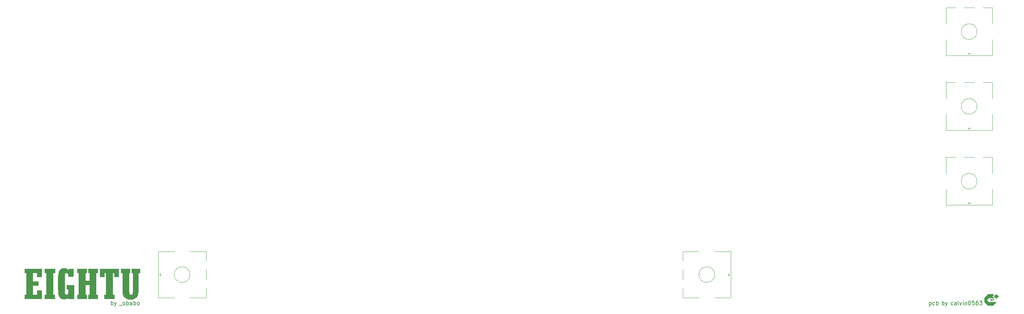
<source format=gbr>
%TF.GenerationSoftware,KiCad,Pcbnew,(7.0.0)*%
%TF.CreationDate,2023-11-25T11:40:03+01:00*%
%TF.ProjectId,Eightu,45696768-7475-42e6-9b69-6361645f7063,rev?*%
%TF.SameCoordinates,Original*%
%TF.FileFunction,Legend,Top*%
%TF.FilePolarity,Positive*%
%FSLAX46Y46*%
G04 Gerber Fmt 4.6, Leading zero omitted, Abs format (unit mm)*
G04 Created by KiCad (PCBNEW (7.0.0)) date 2023-11-25 11:40:03*
%MOMM*%
%LPD*%
G01*
G04 APERTURE LIST*
%ADD10C,0.150000*%
%ADD11C,0.120000*%
G04 APERTURE END LIST*
D10*
X283606845Y-121353214D02*
X283606845Y-122353214D01*
X283606845Y-121400833D02*
X283702083Y-121353214D01*
X283702083Y-121353214D02*
X283892559Y-121353214D01*
X283892559Y-121353214D02*
X283987797Y-121400833D01*
X283987797Y-121400833D02*
X284035416Y-121448452D01*
X284035416Y-121448452D02*
X284083035Y-121543690D01*
X284083035Y-121543690D02*
X284083035Y-121829404D01*
X284083035Y-121829404D02*
X284035416Y-121924642D01*
X284035416Y-121924642D02*
X283987797Y-121972261D01*
X283987797Y-121972261D02*
X283892559Y-122019880D01*
X283892559Y-122019880D02*
X283702083Y-122019880D01*
X283702083Y-122019880D02*
X283606845Y-121972261D01*
X284940178Y-121972261D02*
X284844940Y-122019880D01*
X284844940Y-122019880D02*
X284654464Y-122019880D01*
X284654464Y-122019880D02*
X284559226Y-121972261D01*
X284559226Y-121972261D02*
X284511607Y-121924642D01*
X284511607Y-121924642D02*
X284463988Y-121829404D01*
X284463988Y-121829404D02*
X284463988Y-121543690D01*
X284463988Y-121543690D02*
X284511607Y-121448452D01*
X284511607Y-121448452D02*
X284559226Y-121400833D01*
X284559226Y-121400833D02*
X284654464Y-121353214D01*
X284654464Y-121353214D02*
X284844940Y-121353214D01*
X284844940Y-121353214D02*
X284940178Y-121400833D01*
X285368750Y-122019880D02*
X285368750Y-121019880D01*
X285368750Y-121400833D02*
X285463988Y-121353214D01*
X285463988Y-121353214D02*
X285654464Y-121353214D01*
X285654464Y-121353214D02*
X285749702Y-121400833D01*
X285749702Y-121400833D02*
X285797321Y-121448452D01*
X285797321Y-121448452D02*
X285844940Y-121543690D01*
X285844940Y-121543690D02*
X285844940Y-121829404D01*
X285844940Y-121829404D02*
X285797321Y-121924642D01*
X285797321Y-121924642D02*
X285749702Y-121972261D01*
X285749702Y-121972261D02*
X285654464Y-122019880D01*
X285654464Y-122019880D02*
X285463988Y-122019880D01*
X285463988Y-122019880D02*
X285368750Y-121972261D01*
X286873512Y-122019880D02*
X286873512Y-121019880D01*
X286873512Y-121400833D02*
X286968750Y-121353214D01*
X286968750Y-121353214D02*
X287159226Y-121353214D01*
X287159226Y-121353214D02*
X287254464Y-121400833D01*
X287254464Y-121400833D02*
X287302083Y-121448452D01*
X287302083Y-121448452D02*
X287349702Y-121543690D01*
X287349702Y-121543690D02*
X287349702Y-121829404D01*
X287349702Y-121829404D02*
X287302083Y-121924642D01*
X287302083Y-121924642D02*
X287254464Y-121972261D01*
X287254464Y-121972261D02*
X287159226Y-122019880D01*
X287159226Y-122019880D02*
X286968750Y-122019880D01*
X286968750Y-122019880D02*
X286873512Y-121972261D01*
X287683036Y-121353214D02*
X287921131Y-122019880D01*
X288159226Y-121353214D02*
X287921131Y-122019880D01*
X287921131Y-122019880D02*
X287825893Y-122257976D01*
X287825893Y-122257976D02*
X287778274Y-122305595D01*
X287778274Y-122305595D02*
X287683036Y-122353214D01*
X289568750Y-121972261D02*
X289473512Y-122019880D01*
X289473512Y-122019880D02*
X289283036Y-122019880D01*
X289283036Y-122019880D02*
X289187798Y-121972261D01*
X289187798Y-121972261D02*
X289140179Y-121924642D01*
X289140179Y-121924642D02*
X289092560Y-121829404D01*
X289092560Y-121829404D02*
X289092560Y-121543690D01*
X289092560Y-121543690D02*
X289140179Y-121448452D01*
X289140179Y-121448452D02*
X289187798Y-121400833D01*
X289187798Y-121400833D02*
X289283036Y-121353214D01*
X289283036Y-121353214D02*
X289473512Y-121353214D01*
X289473512Y-121353214D02*
X289568750Y-121400833D01*
X290425893Y-122019880D02*
X290425893Y-121496071D01*
X290425893Y-121496071D02*
X290378274Y-121400833D01*
X290378274Y-121400833D02*
X290283036Y-121353214D01*
X290283036Y-121353214D02*
X290092560Y-121353214D01*
X290092560Y-121353214D02*
X289997322Y-121400833D01*
X290425893Y-121972261D02*
X290330655Y-122019880D01*
X290330655Y-122019880D02*
X290092560Y-122019880D01*
X290092560Y-122019880D02*
X289997322Y-121972261D01*
X289997322Y-121972261D02*
X289949703Y-121877023D01*
X289949703Y-121877023D02*
X289949703Y-121781785D01*
X289949703Y-121781785D02*
X289997322Y-121686547D01*
X289997322Y-121686547D02*
X290092560Y-121638928D01*
X290092560Y-121638928D02*
X290330655Y-121638928D01*
X290330655Y-121638928D02*
X290425893Y-121591309D01*
X291044941Y-122019880D02*
X290949703Y-121972261D01*
X290949703Y-121972261D02*
X290902084Y-121877023D01*
X290902084Y-121877023D02*
X290902084Y-121019880D01*
X291330656Y-121353214D02*
X291568751Y-122019880D01*
X291568751Y-122019880D02*
X291806846Y-121353214D01*
X292187799Y-122019880D02*
X292187799Y-121353214D01*
X292187799Y-121019880D02*
X292140180Y-121067500D01*
X292140180Y-121067500D02*
X292187799Y-121115119D01*
X292187799Y-121115119D02*
X292235418Y-121067500D01*
X292235418Y-121067500D02*
X292187799Y-121019880D01*
X292187799Y-121019880D02*
X292187799Y-121115119D01*
X292663989Y-121353214D02*
X292663989Y-122019880D01*
X292663989Y-121448452D02*
X292711608Y-121400833D01*
X292711608Y-121400833D02*
X292806846Y-121353214D01*
X292806846Y-121353214D02*
X292949703Y-121353214D01*
X292949703Y-121353214D02*
X293044941Y-121400833D01*
X293044941Y-121400833D02*
X293092560Y-121496071D01*
X293092560Y-121496071D02*
X293092560Y-122019880D01*
X293759227Y-121019880D02*
X293854465Y-121019880D01*
X293854465Y-121019880D02*
X293949703Y-121067500D01*
X293949703Y-121067500D02*
X293997322Y-121115119D01*
X293997322Y-121115119D02*
X294044941Y-121210357D01*
X294044941Y-121210357D02*
X294092560Y-121400833D01*
X294092560Y-121400833D02*
X294092560Y-121638928D01*
X294092560Y-121638928D02*
X294044941Y-121829404D01*
X294044941Y-121829404D02*
X293997322Y-121924642D01*
X293997322Y-121924642D02*
X293949703Y-121972261D01*
X293949703Y-121972261D02*
X293854465Y-122019880D01*
X293854465Y-122019880D02*
X293759227Y-122019880D01*
X293759227Y-122019880D02*
X293663989Y-121972261D01*
X293663989Y-121972261D02*
X293616370Y-121924642D01*
X293616370Y-121924642D02*
X293568751Y-121829404D01*
X293568751Y-121829404D02*
X293521132Y-121638928D01*
X293521132Y-121638928D02*
X293521132Y-121400833D01*
X293521132Y-121400833D02*
X293568751Y-121210357D01*
X293568751Y-121210357D02*
X293616370Y-121115119D01*
X293616370Y-121115119D02*
X293663989Y-121067500D01*
X293663989Y-121067500D02*
X293759227Y-121019880D01*
X294997322Y-121019880D02*
X294521132Y-121019880D01*
X294521132Y-121019880D02*
X294473513Y-121496071D01*
X294473513Y-121496071D02*
X294521132Y-121448452D01*
X294521132Y-121448452D02*
X294616370Y-121400833D01*
X294616370Y-121400833D02*
X294854465Y-121400833D01*
X294854465Y-121400833D02*
X294949703Y-121448452D01*
X294949703Y-121448452D02*
X294997322Y-121496071D01*
X294997322Y-121496071D02*
X295044941Y-121591309D01*
X295044941Y-121591309D02*
X295044941Y-121829404D01*
X295044941Y-121829404D02*
X294997322Y-121924642D01*
X294997322Y-121924642D02*
X294949703Y-121972261D01*
X294949703Y-121972261D02*
X294854465Y-122019880D01*
X294854465Y-122019880D02*
X294616370Y-122019880D01*
X294616370Y-122019880D02*
X294521132Y-121972261D01*
X294521132Y-121972261D02*
X294473513Y-121924642D01*
X295902084Y-121019880D02*
X295711608Y-121019880D01*
X295711608Y-121019880D02*
X295616370Y-121067500D01*
X295616370Y-121067500D02*
X295568751Y-121115119D01*
X295568751Y-121115119D02*
X295473513Y-121257976D01*
X295473513Y-121257976D02*
X295425894Y-121448452D01*
X295425894Y-121448452D02*
X295425894Y-121829404D01*
X295425894Y-121829404D02*
X295473513Y-121924642D01*
X295473513Y-121924642D02*
X295521132Y-121972261D01*
X295521132Y-121972261D02*
X295616370Y-122019880D01*
X295616370Y-122019880D02*
X295806846Y-122019880D01*
X295806846Y-122019880D02*
X295902084Y-121972261D01*
X295902084Y-121972261D02*
X295949703Y-121924642D01*
X295949703Y-121924642D02*
X295997322Y-121829404D01*
X295997322Y-121829404D02*
X295997322Y-121591309D01*
X295997322Y-121591309D02*
X295949703Y-121496071D01*
X295949703Y-121496071D02*
X295902084Y-121448452D01*
X295902084Y-121448452D02*
X295806846Y-121400833D01*
X295806846Y-121400833D02*
X295616370Y-121400833D01*
X295616370Y-121400833D02*
X295521132Y-121448452D01*
X295521132Y-121448452D02*
X295473513Y-121496071D01*
X295473513Y-121496071D02*
X295425894Y-121591309D01*
X296330656Y-121019880D02*
X296949703Y-121019880D01*
X296949703Y-121019880D02*
X296616370Y-121400833D01*
X296616370Y-121400833D02*
X296759227Y-121400833D01*
X296759227Y-121400833D02*
X296854465Y-121448452D01*
X296854465Y-121448452D02*
X296902084Y-121496071D01*
X296902084Y-121496071D02*
X296949703Y-121591309D01*
X296949703Y-121591309D02*
X296949703Y-121829404D01*
X296949703Y-121829404D02*
X296902084Y-121924642D01*
X296902084Y-121924642D02*
X296854465Y-121972261D01*
X296854465Y-121972261D02*
X296759227Y-122019880D01*
X296759227Y-122019880D02*
X296473513Y-122019880D01*
X296473513Y-122019880D02*
X296378275Y-121972261D01*
X296378275Y-121972261D02*
X296330656Y-121924642D01*
X75644345Y-122019880D02*
X75644345Y-121019880D01*
X75644345Y-121400833D02*
X75739583Y-121353214D01*
X75739583Y-121353214D02*
X75930059Y-121353214D01*
X75930059Y-121353214D02*
X76025297Y-121400833D01*
X76025297Y-121400833D02*
X76072916Y-121448452D01*
X76072916Y-121448452D02*
X76120535Y-121543690D01*
X76120535Y-121543690D02*
X76120535Y-121829404D01*
X76120535Y-121829404D02*
X76072916Y-121924642D01*
X76072916Y-121924642D02*
X76025297Y-121972261D01*
X76025297Y-121972261D02*
X75930059Y-122019880D01*
X75930059Y-122019880D02*
X75739583Y-122019880D01*
X75739583Y-122019880D02*
X75644345Y-121972261D01*
X76453869Y-121353214D02*
X76691964Y-122019880D01*
X76930059Y-121353214D02*
X76691964Y-122019880D01*
X76691964Y-122019880D02*
X76596726Y-122257976D01*
X76596726Y-122257976D02*
X76549107Y-122305595D01*
X76549107Y-122305595D02*
X76453869Y-122353214D01*
X77672917Y-122115119D02*
X78434821Y-122115119D01*
X78815774Y-122019880D02*
X78720536Y-121972261D01*
X78720536Y-121972261D02*
X78672917Y-121924642D01*
X78672917Y-121924642D02*
X78625298Y-121829404D01*
X78625298Y-121829404D02*
X78625298Y-121543690D01*
X78625298Y-121543690D02*
X78672917Y-121448452D01*
X78672917Y-121448452D02*
X78720536Y-121400833D01*
X78720536Y-121400833D02*
X78815774Y-121353214D01*
X78815774Y-121353214D02*
X78958631Y-121353214D01*
X78958631Y-121353214D02*
X79053869Y-121400833D01*
X79053869Y-121400833D02*
X79101488Y-121448452D01*
X79101488Y-121448452D02*
X79149107Y-121543690D01*
X79149107Y-121543690D02*
X79149107Y-121829404D01*
X79149107Y-121829404D02*
X79101488Y-121924642D01*
X79101488Y-121924642D02*
X79053869Y-121972261D01*
X79053869Y-121972261D02*
X78958631Y-122019880D01*
X78958631Y-122019880D02*
X78815774Y-122019880D01*
X79577679Y-122019880D02*
X79577679Y-121019880D01*
X79577679Y-121400833D02*
X79672917Y-121353214D01*
X79672917Y-121353214D02*
X79863393Y-121353214D01*
X79863393Y-121353214D02*
X79958631Y-121400833D01*
X79958631Y-121400833D02*
X80006250Y-121448452D01*
X80006250Y-121448452D02*
X80053869Y-121543690D01*
X80053869Y-121543690D02*
X80053869Y-121829404D01*
X80053869Y-121829404D02*
X80006250Y-121924642D01*
X80006250Y-121924642D02*
X79958631Y-121972261D01*
X79958631Y-121972261D02*
X79863393Y-122019880D01*
X79863393Y-122019880D02*
X79672917Y-122019880D01*
X79672917Y-122019880D02*
X79577679Y-121972261D01*
X80911012Y-122019880D02*
X80911012Y-121496071D01*
X80911012Y-121496071D02*
X80863393Y-121400833D01*
X80863393Y-121400833D02*
X80768155Y-121353214D01*
X80768155Y-121353214D02*
X80577679Y-121353214D01*
X80577679Y-121353214D02*
X80482441Y-121400833D01*
X80911012Y-121972261D02*
X80815774Y-122019880D01*
X80815774Y-122019880D02*
X80577679Y-122019880D01*
X80577679Y-122019880D02*
X80482441Y-121972261D01*
X80482441Y-121972261D02*
X80434822Y-121877023D01*
X80434822Y-121877023D02*
X80434822Y-121781785D01*
X80434822Y-121781785D02*
X80482441Y-121686547D01*
X80482441Y-121686547D02*
X80577679Y-121638928D01*
X80577679Y-121638928D02*
X80815774Y-121638928D01*
X80815774Y-121638928D02*
X80911012Y-121591309D01*
X81387203Y-122019880D02*
X81387203Y-121019880D01*
X81387203Y-121400833D02*
X81482441Y-121353214D01*
X81482441Y-121353214D02*
X81672917Y-121353214D01*
X81672917Y-121353214D02*
X81768155Y-121400833D01*
X81768155Y-121400833D02*
X81815774Y-121448452D01*
X81815774Y-121448452D02*
X81863393Y-121543690D01*
X81863393Y-121543690D02*
X81863393Y-121829404D01*
X81863393Y-121829404D02*
X81815774Y-121924642D01*
X81815774Y-121924642D02*
X81768155Y-121972261D01*
X81768155Y-121972261D02*
X81672917Y-122019880D01*
X81672917Y-122019880D02*
X81482441Y-122019880D01*
X81482441Y-122019880D02*
X81387203Y-121972261D01*
X82434822Y-122019880D02*
X82339584Y-121972261D01*
X82339584Y-121972261D02*
X82291965Y-121924642D01*
X82291965Y-121924642D02*
X82244346Y-121829404D01*
X82244346Y-121829404D02*
X82244346Y-121543690D01*
X82244346Y-121543690D02*
X82291965Y-121448452D01*
X82291965Y-121448452D02*
X82339584Y-121400833D01*
X82339584Y-121400833D02*
X82434822Y-121353214D01*
X82434822Y-121353214D02*
X82577679Y-121353214D01*
X82577679Y-121353214D02*
X82672917Y-121400833D01*
X82672917Y-121400833D02*
X82720536Y-121448452D01*
X82720536Y-121448452D02*
X82768155Y-121543690D01*
X82768155Y-121543690D02*
X82768155Y-121829404D01*
X82768155Y-121829404D02*
X82720536Y-121924642D01*
X82720536Y-121924642D02*
X82672917Y-121972261D01*
X82672917Y-121972261D02*
X82577679Y-122019880D01*
X82577679Y-122019880D02*
X82434822Y-122019880D01*
D11*
%TO.C,SW4*%
X99762500Y-108400000D02*
X99762500Y-110800000D01*
X95662500Y-108400000D02*
X99762500Y-108400000D01*
X91662500Y-108400000D02*
X87562500Y-108400000D01*
X87562500Y-108400000D02*
X87562500Y-120200000D01*
X99762500Y-113000000D02*
X99762500Y-115600000D01*
X88162500Y-114000000D02*
X88162500Y-114600000D01*
X87862500Y-114300000D02*
X88162500Y-114000000D01*
X88162500Y-114600000D02*
X87862500Y-114300000D01*
X99762500Y-117800000D02*
X99762500Y-120200000D01*
X99762500Y-120200000D02*
X95662500Y-120200000D01*
X91662500Y-120200000D02*
X87562500Y-120200000D01*
X95662500Y-114300000D02*
G75*
G03*
X95662500Y-114300000I-2000000J0D01*
G01*
%TO.C,G\u002A\u002A\u002A*%
G36*
X61382256Y-113344590D02*
G01*
X61382256Y-113887767D01*
X61149466Y-113887767D01*
X60916675Y-113887767D01*
X60916675Y-116652410D01*
X60916675Y-119417053D01*
X61136533Y-119432960D01*
X61356390Y-119448867D01*
X61371133Y-119979112D01*
X61385875Y-120509356D01*
X60064921Y-120509356D01*
X58743967Y-120509356D01*
X58743967Y-119966179D01*
X58743967Y-119423002D01*
X58950891Y-119423002D01*
X59157816Y-119423002D01*
X59157816Y-116655385D01*
X59157816Y-113887767D01*
X58950891Y-113887767D01*
X58743967Y-113887767D01*
X58743967Y-113344590D01*
X58743967Y-112801413D01*
X60063111Y-112801413D01*
X61382256Y-112801413D01*
X61382256Y-113344590D01*
G37*
G36*
X77625840Y-113887767D02*
G01*
X77625840Y-114974122D01*
X77030932Y-114974122D01*
X76436024Y-114974122D01*
X76436024Y-114430945D01*
X76436024Y-113887767D01*
X76254965Y-113887767D01*
X76073905Y-113887767D01*
X76073905Y-116655385D01*
X76073905Y-119423002D01*
X76280830Y-119423002D01*
X76487755Y-119423002D01*
X76487755Y-119966179D01*
X76487755Y-120509356D01*
X75194476Y-120509356D01*
X73901197Y-120509356D01*
X73901197Y-119966179D01*
X73901197Y-119423002D01*
X74108121Y-119423002D01*
X74315046Y-119423002D01*
X74315046Y-116655385D01*
X74315046Y-113887767D01*
X74133987Y-113887767D01*
X73952928Y-113887767D01*
X73952928Y-114430945D01*
X73952928Y-114974122D01*
X73358020Y-114974122D01*
X72763111Y-114974122D01*
X72763111Y-113887767D01*
X72763111Y-112801413D01*
X75194476Y-112801413D01*
X77625840Y-112801413D01*
X77625840Y-113887767D01*
G37*
G36*
X58019730Y-113887767D02*
G01*
X58019730Y-114974122D01*
X57373091Y-114974122D01*
X56726451Y-114974122D01*
X56726451Y-114430945D01*
X56726451Y-113887767D01*
X56235005Y-113887767D01*
X55743559Y-113887767D01*
X55743559Y-114974122D01*
X55743559Y-116060476D01*
X56467795Y-116060476D01*
X57192032Y-116060476D01*
X57192032Y-116603653D01*
X57192032Y-117146831D01*
X56467795Y-117146831D01*
X55743559Y-117146831D01*
X55743559Y-118284916D01*
X55743559Y-119423002D01*
X56235005Y-119423002D01*
X56726451Y-119423002D01*
X56726451Y-118879825D01*
X56726451Y-118336647D01*
X57373091Y-118336647D01*
X58019730Y-118336647D01*
X58019730Y-119423002D01*
X58019730Y-120509356D01*
X55821156Y-120509356D01*
X53622582Y-120509356D01*
X53622582Y-119966179D01*
X53622582Y-119423002D01*
X53829506Y-119423002D01*
X54036431Y-119423002D01*
X54036431Y-116655385D01*
X54036431Y-113887767D01*
X53829506Y-113887767D01*
X53622582Y-113887767D01*
X53622582Y-113344590D01*
X53622582Y-112801413D01*
X55821156Y-112801413D01*
X58019730Y-112801413D01*
X58019730Y-113887767D01*
G37*
G36*
X69452317Y-113344590D02*
G01*
X69452317Y-113887767D01*
X69271258Y-113887767D01*
X69090199Y-113887767D01*
X69090199Y-114896525D01*
X69090199Y-115905283D01*
X69607510Y-115905283D01*
X70124822Y-115905283D01*
X70124822Y-114896525D01*
X70124822Y-113887767D01*
X69943763Y-113887767D01*
X69762704Y-113887767D01*
X69762704Y-113344590D01*
X69762704Y-112801413D01*
X71004252Y-112801413D01*
X72245800Y-112801413D01*
X72245800Y-113344590D01*
X72245800Y-113887767D01*
X72038875Y-113887767D01*
X71831950Y-113887767D01*
X71831950Y-116655385D01*
X71831950Y-119423002D01*
X72038875Y-119423002D01*
X72245800Y-119423002D01*
X72245800Y-119966179D01*
X72245800Y-120509356D01*
X71002442Y-120509356D01*
X69759084Y-120509356D01*
X69773827Y-119979112D01*
X69788569Y-119448867D01*
X69956696Y-119432657D01*
X70124822Y-119416446D01*
X70124822Y-118204042D01*
X70124822Y-116991637D01*
X69607510Y-116991637D01*
X69090199Y-116991637D01*
X69090199Y-118207319D01*
X69090199Y-119423002D01*
X69271258Y-119423002D01*
X69452317Y-119423002D01*
X69452317Y-119966179D01*
X69452317Y-120509356D01*
X68210769Y-120509356D01*
X66969221Y-120509356D01*
X66969221Y-119966179D01*
X66969221Y-119423002D01*
X67176146Y-119423002D01*
X67383070Y-119423002D01*
X67383070Y-116655385D01*
X67383070Y-113887767D01*
X67176146Y-113887767D01*
X66969221Y-113887767D01*
X66969221Y-113344590D01*
X66969221Y-112801413D01*
X68210769Y-112801413D01*
X69452317Y-112801413D01*
X69452317Y-113344590D01*
G37*
G36*
X80471054Y-113344590D02*
G01*
X80471054Y-113887767D01*
X80340355Y-113887767D01*
X80209656Y-113887767D01*
X80223960Y-116522308D01*
X80227258Y-117111905D01*
X80230465Y-117606885D01*
X80233973Y-118016089D01*
X80238176Y-118348362D01*
X80243464Y-118612547D01*
X80250231Y-118817487D01*
X80258869Y-118972026D01*
X80269770Y-119085005D01*
X80283326Y-119165270D01*
X80299929Y-119221662D01*
X80319973Y-119263026D01*
X80343848Y-119298204D01*
X80347309Y-119302858D01*
X80441268Y-119400662D01*
X80555963Y-119442195D01*
X80677979Y-119448867D01*
X80836729Y-119435087D01*
X80940946Y-119379956D01*
X81008648Y-119302867D01*
X81033060Y-119267839D01*
X81053590Y-119227780D01*
X81070630Y-119173844D01*
X81084576Y-119097191D01*
X81095821Y-118988975D01*
X81104758Y-118840355D01*
X81111781Y-118642486D01*
X81117284Y-118386526D01*
X81121660Y-118063631D01*
X81125304Y-117664958D01*
X81128608Y-117181664D01*
X81131966Y-116604906D01*
X81132429Y-116522317D01*
X81147165Y-113887767D01*
X80990168Y-113887767D01*
X80833172Y-113887767D01*
X80833172Y-113344590D01*
X80833172Y-112801413D01*
X81919527Y-112801413D01*
X83005881Y-112801413D01*
X83005881Y-113344590D01*
X83005881Y-113887767D01*
X82798956Y-113887767D01*
X82592032Y-113887767D01*
X82590434Y-116202737D01*
X82588847Y-116873362D01*
X82584422Y-117449551D01*
X82576169Y-117940316D01*
X82563101Y-118354667D01*
X82544227Y-118701615D01*
X82518561Y-118990170D01*
X82485112Y-119229344D01*
X82442893Y-119428146D01*
X82390914Y-119595587D01*
X82328187Y-119740678D01*
X82253723Y-119872430D01*
X82175077Y-119988121D01*
X81914632Y-120262070D01*
X81582985Y-120473303D01*
X81194787Y-120616843D01*
X80764690Y-120687716D01*
X80307343Y-120680946D01*
X80181469Y-120665217D01*
X79720944Y-120556730D01*
X79336849Y-120378717D01*
X79027807Y-120129849D01*
X78792446Y-119808800D01*
X78629392Y-119414241D01*
X78558095Y-119097034D01*
X78546884Y-118975621D01*
X78536596Y-118761619D01*
X78527435Y-118465897D01*
X78519609Y-118099325D01*
X78513323Y-117672773D01*
X78508784Y-117197111D01*
X78506197Y-116683208D01*
X78505661Y-116332065D01*
X78505270Y-113887767D01*
X78298345Y-113887767D01*
X78091421Y-113887767D01*
X78091421Y-113344590D01*
X78091421Y-112801413D01*
X79281237Y-112801413D01*
X80471054Y-112801413D01*
X80471054Y-113344590D01*
G37*
G36*
X63999292Y-112687876D02*
G01*
X64249153Y-112739358D01*
X64469290Y-112839632D01*
X64695116Y-113000911D01*
X64737874Y-113036329D01*
X64899975Y-113172728D01*
X64899975Y-112987071D01*
X64899975Y-112801413D01*
X65494883Y-112801413D01*
X66089791Y-112801413D01*
X66089791Y-113836036D01*
X66089791Y-114870660D01*
X65417286Y-114870660D01*
X64744781Y-114870660D01*
X64744701Y-114599071D01*
X64713770Y-114322205D01*
X64627434Y-114105331D01*
X64495112Y-113959010D01*
X64326220Y-113893799D01*
X64137060Y-113917783D01*
X64070889Y-113942999D01*
X64015334Y-113973917D01*
X63969467Y-114019186D01*
X63932361Y-114087454D01*
X63903086Y-114187369D01*
X63880716Y-114327579D01*
X63864321Y-114516732D01*
X63852973Y-114763476D01*
X63845745Y-115076458D01*
X63841709Y-115464328D01*
X63839935Y-115935733D01*
X63839496Y-116499320D01*
X63839486Y-116690400D01*
X63839594Y-117252811D01*
X63840181Y-117721042D01*
X63841641Y-118104377D01*
X63844367Y-118412098D01*
X63848754Y-118653488D01*
X63855195Y-118837829D01*
X63864083Y-118974405D01*
X63875814Y-119072499D01*
X63890780Y-119141392D01*
X63909375Y-119190369D01*
X63931994Y-119228711D01*
X63948120Y-119251092D01*
X64098905Y-119377467D01*
X64282298Y-119421973D01*
X64466712Y-119382597D01*
X64591227Y-119292060D01*
X64649535Y-119221176D01*
X64688129Y-119141287D01*
X64712126Y-119028637D01*
X64726641Y-118859469D01*
X64736557Y-118617132D01*
X64754199Y-118077992D01*
X64516700Y-118077992D01*
X64279201Y-118077992D01*
X64279201Y-117508949D01*
X64279201Y-116939906D01*
X65262093Y-116939906D01*
X66244985Y-116939906D01*
X66244985Y-118724631D01*
X66244985Y-120509356D01*
X65494883Y-120509356D01*
X64744781Y-120509356D01*
X64744781Y-120349816D01*
X64744781Y-120190275D01*
X64542529Y-120350462D01*
X64215385Y-120546488D01*
X63854544Y-120647035D01*
X63469268Y-120650744D01*
X63089384Y-120563448D01*
X62818426Y-120431985D01*
X62598213Y-120237215D01*
X62425010Y-119971945D01*
X62295081Y-119628983D01*
X62204692Y-119201133D01*
X62156246Y-118766480D01*
X62141536Y-118511755D01*
X62129704Y-118176583D01*
X62120745Y-117778819D01*
X62114658Y-117336320D01*
X62111439Y-116866941D01*
X62111086Y-116388537D01*
X62113596Y-115918964D01*
X62118967Y-115476077D01*
X62127195Y-115077731D01*
X62138278Y-114741782D01*
X62152213Y-114486087D01*
X62156912Y-114428114D01*
X62234122Y-113918081D01*
X62365729Y-113494066D01*
X62551343Y-113156852D01*
X62790571Y-112907221D01*
X62974668Y-112792282D01*
X63120556Y-112730323D01*
X63270359Y-112693660D01*
X63458464Y-112676511D01*
X63684292Y-112672973D01*
X63999292Y-112687876D01*
G37*
G36*
X300047500Y-120615000D02*
G01*
X300189983Y-120757500D01*
X299996233Y-120757500D01*
X299802483Y-120757500D01*
X299660000Y-120615000D01*
X299517516Y-120472500D01*
X299711266Y-120472500D01*
X299905016Y-120472500D01*
X300047500Y-120615000D01*
G37*
G36*
X299555629Y-120755629D02*
G01*
X299586986Y-120786998D01*
X299617369Y-120817416D01*
X299646592Y-120846694D01*
X299674467Y-120874644D01*
X299700807Y-120901078D01*
X299725424Y-120925806D01*
X299748133Y-120948640D01*
X299768744Y-120969393D01*
X299787071Y-120987874D01*
X299802927Y-121003897D01*
X299816125Y-121017273D01*
X299826477Y-121027812D01*
X299833797Y-121035327D01*
X299837896Y-121039630D01*
X299838750Y-121040629D01*
X299836313Y-121040926D01*
X299829259Y-121041209D01*
X299817969Y-121041473D01*
X299802825Y-121041715D01*
X299784209Y-121041932D01*
X299762503Y-121042119D01*
X299738090Y-121042273D01*
X299711351Y-121042390D01*
X299682668Y-121042467D01*
X299652424Y-121042499D01*
X299646870Y-121042500D01*
X299454991Y-121042500D01*
X299170000Y-120757500D01*
X298885008Y-120472500D01*
X299078758Y-120472500D01*
X299272508Y-120472500D01*
X299555629Y-120755629D01*
G37*
G36*
X299876149Y-119431149D02*
G01*
X299898326Y-119453355D01*
X299919429Y-119474535D01*
X299939197Y-119494427D01*
X299957370Y-119512764D01*
X299973688Y-119529284D01*
X299987890Y-119543722D01*
X299999716Y-119555813D01*
X300008906Y-119565292D01*
X300015198Y-119571896D01*
X300018333Y-119575360D01*
X300018641Y-119575828D01*
X300016322Y-119577631D01*
X300010777Y-119581840D01*
X300002783Y-119587870D01*
X299993117Y-119595132D01*
X299990871Y-119596816D01*
X299928252Y-119640677D01*
X299862374Y-119680879D01*
X299793559Y-119717255D01*
X299722130Y-119749637D01*
X299648408Y-119777854D01*
X299638313Y-119781330D01*
X299618972Y-119787672D01*
X299597121Y-119794453D01*
X299574082Y-119801291D01*
X299551180Y-119807805D01*
X299529740Y-119813616D01*
X299511084Y-119818340D01*
X299503750Y-119820056D01*
X299495820Y-119821969D01*
X299489912Y-119823622D01*
X299487869Y-119824384D01*
X299489402Y-119825376D01*
X299495025Y-119827309D01*
X299503968Y-119829951D01*
X299515463Y-119833069D01*
X299522869Y-119834973D01*
X299601098Y-119856886D01*
X299675988Y-119882379D01*
X299747837Y-119911603D01*
X299816945Y-119944708D01*
X299883612Y-119981846D01*
X299948135Y-120023165D01*
X300010814Y-120068818D01*
X300050000Y-120100296D01*
X300060334Y-120109243D01*
X300072538Y-120120367D01*
X300086189Y-120133235D01*
X300100865Y-120147413D01*
X300116146Y-120162469D01*
X300131608Y-120177968D01*
X300146831Y-120193479D01*
X300161393Y-120208566D01*
X300174871Y-120222797D01*
X300186844Y-120235740D01*
X300196890Y-120246959D01*
X300204587Y-120256023D01*
X300209515Y-120262497D01*
X300211250Y-120265949D01*
X300208782Y-120266076D01*
X300201511Y-120266201D01*
X300189631Y-120266323D01*
X300173340Y-120266441D01*
X300152832Y-120266555D01*
X300128304Y-120266665D01*
X300099951Y-120266770D01*
X300067971Y-120266869D01*
X300032558Y-120266963D01*
X299993908Y-120267051D01*
X299952218Y-120267132D01*
X299907684Y-120267206D01*
X299860501Y-120267273D01*
X299810865Y-120267332D01*
X299758973Y-120267383D01*
X299705020Y-120267425D01*
X299649202Y-120267458D01*
X299591716Y-120267482D01*
X299532756Y-120267496D01*
X299481870Y-120267500D01*
X298752490Y-120267499D01*
X298507500Y-120512500D01*
X298262509Y-120757500D01*
X298507500Y-121002500D01*
X298752490Y-121247500D01*
X299732492Y-121247500D01*
X300712495Y-121247500D01*
X300222500Y-121737500D01*
X299732504Y-122227500D01*
X299118750Y-122227500D01*
X298504995Y-122227500D01*
X298015622Y-121738122D01*
X297526250Y-121248745D01*
X297526249Y-120757495D01*
X297526249Y-120266245D01*
X298015627Y-119776872D01*
X298505004Y-119287500D01*
X299118760Y-119287500D01*
X299732516Y-119287500D01*
X299876149Y-119431149D01*
G37*
G36*
X300604340Y-119031636D02*
G01*
X300605863Y-119035002D01*
X300608019Y-119042008D01*
X300611017Y-119053170D01*
X300612477Y-119058831D01*
X300632986Y-119128935D01*
X300658077Y-119197109D01*
X300687667Y-119263189D01*
X300721673Y-119327014D01*
X300760015Y-119388421D01*
X300802607Y-119447247D01*
X300821752Y-119471155D01*
X300845185Y-119498187D01*
X300871893Y-119526594D01*
X300900781Y-119555317D01*
X300930756Y-119583298D01*
X300960725Y-119609478D01*
X300985000Y-119629228D01*
X301037417Y-119667400D01*
X301093336Y-119702710D01*
X301151977Y-119734774D01*
X301212562Y-119763210D01*
X301274308Y-119787635D01*
X301336438Y-119807667D01*
X301363843Y-119815028D01*
X301375927Y-119818092D01*
X301386445Y-119820799D01*
X301394342Y-119822875D01*
X301398558Y-119824045D01*
X301398750Y-119824106D01*
X301397781Y-119825102D01*
X301392677Y-119827052D01*
X301384156Y-119829724D01*
X301372939Y-119832887D01*
X301365000Y-119834979D01*
X301296242Y-119855190D01*
X301229538Y-119879870D01*
X301165064Y-119908857D01*
X301102995Y-119941984D01*
X301043507Y-119979089D01*
X300986778Y-120020006D01*
X300932983Y-120064572D01*
X300882298Y-120112621D01*
X300834900Y-120163990D01*
X300790965Y-120218514D01*
X300750669Y-120276029D01*
X300714188Y-120336371D01*
X300681698Y-120399374D01*
X300653377Y-120464876D01*
X300634832Y-120515974D01*
X300629399Y-120532794D01*
X300623755Y-120551197D01*
X300618458Y-120569315D01*
X300614060Y-120585278D01*
X300612774Y-120590258D01*
X300609412Y-120603525D01*
X300607022Y-120612470D01*
X300605355Y-120617622D01*
X300604165Y-120619508D01*
X300603202Y-120618657D01*
X300602218Y-120615596D01*
X300601732Y-120613750D01*
X300595850Y-120591305D01*
X300590906Y-120572801D01*
X300586637Y-120557324D01*
X300582782Y-120543963D01*
X300579079Y-120531803D01*
X300575264Y-120519932D01*
X300571947Y-120510000D01*
X300546809Y-120443442D01*
X300517237Y-120379011D01*
X300483411Y-120316911D01*
X300445514Y-120257346D01*
X300403727Y-120200522D01*
X300358231Y-120146642D01*
X300309208Y-120095911D01*
X300256839Y-120048532D01*
X300201305Y-120004712D01*
X300142788Y-119964654D01*
X300081469Y-119928562D01*
X300035000Y-119904818D01*
X299991396Y-119885203D01*
X299945959Y-119867169D01*
X299900215Y-119851266D01*
X299855690Y-119838040D01*
X299833118Y-119832306D01*
X299823127Y-119829743D01*
X299815504Y-119827422D01*
X299811181Y-119825650D01*
X299810618Y-119824898D01*
X299813621Y-119823717D01*
X299820522Y-119821620D01*
X299830363Y-119818881D01*
X299842184Y-119815773D01*
X299845000Y-119815056D01*
X299911801Y-119795587D01*
X299977208Y-119771437D01*
X300040944Y-119742798D01*
X300102733Y-119709862D01*
X300162297Y-119672822D01*
X300219361Y-119631870D01*
X300273647Y-119587199D01*
X300324878Y-119539000D01*
X300372779Y-119487467D01*
X300417072Y-119432790D01*
X300439514Y-119401851D01*
X300478302Y-119341970D01*
X300512765Y-119279823D01*
X300542973Y-119215251D01*
X300568996Y-119148095D01*
X300590905Y-119078197D01*
X300602367Y-119033776D01*
X300603244Y-119031399D01*
X300604340Y-119031636D01*
G37*
%TO.C,SW5*%
X220912500Y-120200000D02*
X220912500Y-117800000D01*
X225012500Y-120200000D02*
X220912500Y-120200000D01*
X229012500Y-120200000D02*
X233112500Y-120200000D01*
X233112500Y-120200000D02*
X233112500Y-108400000D01*
X220912500Y-115600000D02*
X220912500Y-113000000D01*
X232512500Y-114600000D02*
X232512500Y-114000000D01*
X232812500Y-114300000D02*
X232512500Y-114600000D01*
X232512500Y-114000000D02*
X232812500Y-114300000D01*
X220912500Y-110800000D02*
X220912500Y-108400000D01*
X220912500Y-108400000D02*
X225012500Y-108400000D01*
X229012500Y-108400000D02*
X233112500Y-108400000D01*
X229012500Y-114300000D02*
G75*
G03*
X229012500Y-114300000I-2000000J0D01*
G01*
%TO.C,SW2*%
X287787500Y-65337500D02*
X290187500Y-65337500D01*
X287787500Y-69437500D02*
X287787500Y-65337500D01*
X287787500Y-73437500D02*
X287787500Y-77537500D01*
X287787500Y-77537500D02*
X299587500Y-77537500D01*
X292387500Y-65337500D02*
X294987500Y-65337500D01*
X293387500Y-76937500D02*
X293987500Y-76937500D01*
X293687500Y-77237500D02*
X293387500Y-76937500D01*
X293987500Y-76937500D02*
X293687500Y-77237500D01*
X297187500Y-65337500D02*
X299587500Y-65337500D01*
X299587500Y-65337500D02*
X299587500Y-69437500D01*
X299587500Y-73437500D02*
X299587500Y-77537500D01*
X295687500Y-71437500D02*
G75*
G03*
X295687500Y-71437500I-2000000J0D01*
G01*
%TO.C,SW3*%
X287787500Y-84387500D02*
X290187500Y-84387500D01*
X287787500Y-88487500D02*
X287787500Y-84387500D01*
X287787500Y-92487500D02*
X287787500Y-96587500D01*
X287787500Y-96587500D02*
X299587500Y-96587500D01*
X292387500Y-84387500D02*
X294987500Y-84387500D01*
X293387500Y-95987500D02*
X293987500Y-95987500D01*
X293687500Y-96287500D02*
X293387500Y-95987500D01*
X293987500Y-95987500D02*
X293687500Y-96287500D01*
X297187500Y-84387500D02*
X299587500Y-84387500D01*
X299587500Y-84387500D02*
X299587500Y-88487500D01*
X299587500Y-92487500D02*
X299587500Y-96587500D01*
X295687500Y-90487500D02*
G75*
G03*
X295687500Y-90487500I-2000000J0D01*
G01*
%TO.C,SW1*%
X287787500Y-46287500D02*
X290187500Y-46287500D01*
X287787500Y-50387500D02*
X287787500Y-46287500D01*
X287787500Y-54387500D02*
X287787500Y-58487500D01*
X287787500Y-58487500D02*
X299587500Y-58487500D01*
X292387500Y-46287500D02*
X294987500Y-46287500D01*
X293387500Y-57887500D02*
X293987500Y-57887500D01*
X293687500Y-58187500D02*
X293387500Y-57887500D01*
X293987500Y-57887500D02*
X293687500Y-58187500D01*
X297187500Y-46287500D02*
X299587500Y-46287500D01*
X299587500Y-46287500D02*
X299587500Y-50387500D01*
X299587500Y-54387500D02*
X299587500Y-58487500D01*
X295687500Y-52387500D02*
G75*
G03*
X295687500Y-52387500I-2000000J0D01*
G01*
%TD*%
M02*

</source>
